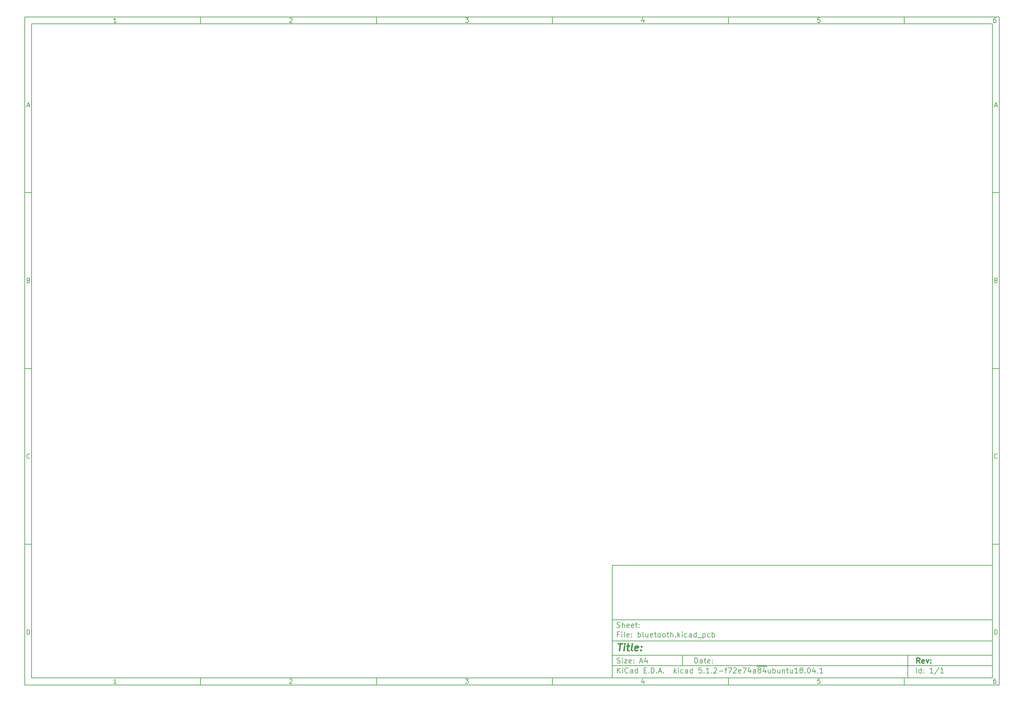
<source format=gbr>
%TF.GenerationSoftware,KiCad,Pcbnew,5.1.2-f72e74a~84~ubuntu18.04.1*%
%TF.CreationDate,2019-07-21T14:48:09+03:00*%
%TF.ProjectId,bluetooth,626c7565-746f-46f7-9468-2e6b69636164,rev?*%
%TF.SameCoordinates,Original*%
%TF.FileFunction,Glue,Top*%
%TF.FilePolarity,Positive*%
%FSLAX46Y46*%
G04 Gerber Fmt 4.6, Leading zero omitted, Abs format (unit mm)*
G04 Created by KiCad (PCBNEW 5.1.2-f72e74a~84~ubuntu18.04.1) date 2019-07-21 14:48:09*
%MOMM*%
%LPD*%
G04 APERTURE LIST*
%ADD10C,0.100000*%
%ADD11C,0.150000*%
%ADD12C,0.300000*%
%ADD13C,0.400000*%
G04 APERTURE END LIST*
D10*
D11*
X177002200Y-166007200D02*
X177002200Y-198007200D01*
X285002200Y-198007200D01*
X285002200Y-166007200D01*
X177002200Y-166007200D01*
D10*
D11*
X10000000Y-10000000D02*
X10000000Y-200007200D01*
X287002200Y-200007200D01*
X287002200Y-10000000D01*
X10000000Y-10000000D01*
D10*
D11*
X12000000Y-12000000D02*
X12000000Y-198007200D01*
X285002200Y-198007200D01*
X285002200Y-12000000D01*
X12000000Y-12000000D01*
D10*
D11*
X60000000Y-12000000D02*
X60000000Y-10000000D01*
D10*
D11*
X110000000Y-12000000D02*
X110000000Y-10000000D01*
D10*
D11*
X160000000Y-12000000D02*
X160000000Y-10000000D01*
D10*
D11*
X210000000Y-12000000D02*
X210000000Y-10000000D01*
D10*
D11*
X260000000Y-12000000D02*
X260000000Y-10000000D01*
D10*
D11*
X36065476Y-11588095D02*
X35322619Y-11588095D01*
X35694047Y-11588095D02*
X35694047Y-10288095D01*
X35570238Y-10473809D01*
X35446428Y-10597619D01*
X35322619Y-10659523D01*
D10*
D11*
X85322619Y-10411904D02*
X85384523Y-10350000D01*
X85508333Y-10288095D01*
X85817857Y-10288095D01*
X85941666Y-10350000D01*
X86003571Y-10411904D01*
X86065476Y-10535714D01*
X86065476Y-10659523D01*
X86003571Y-10845238D01*
X85260714Y-11588095D01*
X86065476Y-11588095D01*
D10*
D11*
X135260714Y-10288095D02*
X136065476Y-10288095D01*
X135632142Y-10783333D01*
X135817857Y-10783333D01*
X135941666Y-10845238D01*
X136003571Y-10907142D01*
X136065476Y-11030952D01*
X136065476Y-11340476D01*
X136003571Y-11464285D01*
X135941666Y-11526190D01*
X135817857Y-11588095D01*
X135446428Y-11588095D01*
X135322619Y-11526190D01*
X135260714Y-11464285D01*
D10*
D11*
X185941666Y-10721428D02*
X185941666Y-11588095D01*
X185632142Y-10226190D02*
X185322619Y-11154761D01*
X186127380Y-11154761D01*
D10*
D11*
X236003571Y-10288095D02*
X235384523Y-10288095D01*
X235322619Y-10907142D01*
X235384523Y-10845238D01*
X235508333Y-10783333D01*
X235817857Y-10783333D01*
X235941666Y-10845238D01*
X236003571Y-10907142D01*
X236065476Y-11030952D01*
X236065476Y-11340476D01*
X236003571Y-11464285D01*
X235941666Y-11526190D01*
X235817857Y-11588095D01*
X235508333Y-11588095D01*
X235384523Y-11526190D01*
X235322619Y-11464285D01*
D10*
D11*
X285941666Y-10288095D02*
X285694047Y-10288095D01*
X285570238Y-10350000D01*
X285508333Y-10411904D01*
X285384523Y-10597619D01*
X285322619Y-10845238D01*
X285322619Y-11340476D01*
X285384523Y-11464285D01*
X285446428Y-11526190D01*
X285570238Y-11588095D01*
X285817857Y-11588095D01*
X285941666Y-11526190D01*
X286003571Y-11464285D01*
X286065476Y-11340476D01*
X286065476Y-11030952D01*
X286003571Y-10907142D01*
X285941666Y-10845238D01*
X285817857Y-10783333D01*
X285570238Y-10783333D01*
X285446428Y-10845238D01*
X285384523Y-10907142D01*
X285322619Y-11030952D01*
D10*
D11*
X60000000Y-198007200D02*
X60000000Y-200007200D01*
D10*
D11*
X110000000Y-198007200D02*
X110000000Y-200007200D01*
D10*
D11*
X160000000Y-198007200D02*
X160000000Y-200007200D01*
D10*
D11*
X210000000Y-198007200D02*
X210000000Y-200007200D01*
D10*
D11*
X260000000Y-198007200D02*
X260000000Y-200007200D01*
D10*
D11*
X36065476Y-199595295D02*
X35322619Y-199595295D01*
X35694047Y-199595295D02*
X35694047Y-198295295D01*
X35570238Y-198481009D01*
X35446428Y-198604819D01*
X35322619Y-198666723D01*
D10*
D11*
X85322619Y-198419104D02*
X85384523Y-198357200D01*
X85508333Y-198295295D01*
X85817857Y-198295295D01*
X85941666Y-198357200D01*
X86003571Y-198419104D01*
X86065476Y-198542914D01*
X86065476Y-198666723D01*
X86003571Y-198852438D01*
X85260714Y-199595295D01*
X86065476Y-199595295D01*
D10*
D11*
X135260714Y-198295295D02*
X136065476Y-198295295D01*
X135632142Y-198790533D01*
X135817857Y-198790533D01*
X135941666Y-198852438D01*
X136003571Y-198914342D01*
X136065476Y-199038152D01*
X136065476Y-199347676D01*
X136003571Y-199471485D01*
X135941666Y-199533390D01*
X135817857Y-199595295D01*
X135446428Y-199595295D01*
X135322619Y-199533390D01*
X135260714Y-199471485D01*
D10*
D11*
X185941666Y-198728628D02*
X185941666Y-199595295D01*
X185632142Y-198233390D02*
X185322619Y-199161961D01*
X186127380Y-199161961D01*
D10*
D11*
X236003571Y-198295295D02*
X235384523Y-198295295D01*
X235322619Y-198914342D01*
X235384523Y-198852438D01*
X235508333Y-198790533D01*
X235817857Y-198790533D01*
X235941666Y-198852438D01*
X236003571Y-198914342D01*
X236065476Y-199038152D01*
X236065476Y-199347676D01*
X236003571Y-199471485D01*
X235941666Y-199533390D01*
X235817857Y-199595295D01*
X235508333Y-199595295D01*
X235384523Y-199533390D01*
X235322619Y-199471485D01*
D10*
D11*
X285941666Y-198295295D02*
X285694047Y-198295295D01*
X285570238Y-198357200D01*
X285508333Y-198419104D01*
X285384523Y-198604819D01*
X285322619Y-198852438D01*
X285322619Y-199347676D01*
X285384523Y-199471485D01*
X285446428Y-199533390D01*
X285570238Y-199595295D01*
X285817857Y-199595295D01*
X285941666Y-199533390D01*
X286003571Y-199471485D01*
X286065476Y-199347676D01*
X286065476Y-199038152D01*
X286003571Y-198914342D01*
X285941666Y-198852438D01*
X285817857Y-198790533D01*
X285570238Y-198790533D01*
X285446428Y-198852438D01*
X285384523Y-198914342D01*
X285322619Y-199038152D01*
D10*
D11*
X10000000Y-60000000D02*
X12000000Y-60000000D01*
D10*
D11*
X10000000Y-110000000D02*
X12000000Y-110000000D01*
D10*
D11*
X10000000Y-160000000D02*
X12000000Y-160000000D01*
D10*
D11*
X10690476Y-35216666D02*
X11309523Y-35216666D01*
X10566666Y-35588095D02*
X11000000Y-34288095D01*
X11433333Y-35588095D01*
D10*
D11*
X11092857Y-84907142D02*
X11278571Y-84969047D01*
X11340476Y-85030952D01*
X11402380Y-85154761D01*
X11402380Y-85340476D01*
X11340476Y-85464285D01*
X11278571Y-85526190D01*
X11154761Y-85588095D01*
X10659523Y-85588095D01*
X10659523Y-84288095D01*
X11092857Y-84288095D01*
X11216666Y-84350000D01*
X11278571Y-84411904D01*
X11340476Y-84535714D01*
X11340476Y-84659523D01*
X11278571Y-84783333D01*
X11216666Y-84845238D01*
X11092857Y-84907142D01*
X10659523Y-84907142D01*
D10*
D11*
X11402380Y-135464285D02*
X11340476Y-135526190D01*
X11154761Y-135588095D01*
X11030952Y-135588095D01*
X10845238Y-135526190D01*
X10721428Y-135402380D01*
X10659523Y-135278571D01*
X10597619Y-135030952D01*
X10597619Y-134845238D01*
X10659523Y-134597619D01*
X10721428Y-134473809D01*
X10845238Y-134350000D01*
X11030952Y-134288095D01*
X11154761Y-134288095D01*
X11340476Y-134350000D01*
X11402380Y-134411904D01*
D10*
D11*
X10659523Y-185588095D02*
X10659523Y-184288095D01*
X10969047Y-184288095D01*
X11154761Y-184350000D01*
X11278571Y-184473809D01*
X11340476Y-184597619D01*
X11402380Y-184845238D01*
X11402380Y-185030952D01*
X11340476Y-185278571D01*
X11278571Y-185402380D01*
X11154761Y-185526190D01*
X10969047Y-185588095D01*
X10659523Y-185588095D01*
D10*
D11*
X287002200Y-60000000D02*
X285002200Y-60000000D01*
D10*
D11*
X287002200Y-110000000D02*
X285002200Y-110000000D01*
D10*
D11*
X287002200Y-160000000D02*
X285002200Y-160000000D01*
D10*
D11*
X285692676Y-35216666D02*
X286311723Y-35216666D01*
X285568866Y-35588095D02*
X286002200Y-34288095D01*
X286435533Y-35588095D01*
D10*
D11*
X286095057Y-84907142D02*
X286280771Y-84969047D01*
X286342676Y-85030952D01*
X286404580Y-85154761D01*
X286404580Y-85340476D01*
X286342676Y-85464285D01*
X286280771Y-85526190D01*
X286156961Y-85588095D01*
X285661723Y-85588095D01*
X285661723Y-84288095D01*
X286095057Y-84288095D01*
X286218866Y-84350000D01*
X286280771Y-84411904D01*
X286342676Y-84535714D01*
X286342676Y-84659523D01*
X286280771Y-84783333D01*
X286218866Y-84845238D01*
X286095057Y-84907142D01*
X285661723Y-84907142D01*
D10*
D11*
X286404580Y-135464285D02*
X286342676Y-135526190D01*
X286156961Y-135588095D01*
X286033152Y-135588095D01*
X285847438Y-135526190D01*
X285723628Y-135402380D01*
X285661723Y-135278571D01*
X285599819Y-135030952D01*
X285599819Y-134845238D01*
X285661723Y-134597619D01*
X285723628Y-134473809D01*
X285847438Y-134350000D01*
X286033152Y-134288095D01*
X286156961Y-134288095D01*
X286342676Y-134350000D01*
X286404580Y-134411904D01*
D10*
D11*
X285661723Y-185588095D02*
X285661723Y-184288095D01*
X285971247Y-184288095D01*
X286156961Y-184350000D01*
X286280771Y-184473809D01*
X286342676Y-184597619D01*
X286404580Y-184845238D01*
X286404580Y-185030952D01*
X286342676Y-185278571D01*
X286280771Y-185402380D01*
X286156961Y-185526190D01*
X285971247Y-185588095D01*
X285661723Y-185588095D01*
D10*
D11*
X200434342Y-193785771D02*
X200434342Y-192285771D01*
X200791485Y-192285771D01*
X201005771Y-192357200D01*
X201148628Y-192500057D01*
X201220057Y-192642914D01*
X201291485Y-192928628D01*
X201291485Y-193142914D01*
X201220057Y-193428628D01*
X201148628Y-193571485D01*
X201005771Y-193714342D01*
X200791485Y-193785771D01*
X200434342Y-193785771D01*
X202577200Y-193785771D02*
X202577200Y-193000057D01*
X202505771Y-192857200D01*
X202362914Y-192785771D01*
X202077200Y-192785771D01*
X201934342Y-192857200D01*
X202577200Y-193714342D02*
X202434342Y-193785771D01*
X202077200Y-193785771D01*
X201934342Y-193714342D01*
X201862914Y-193571485D01*
X201862914Y-193428628D01*
X201934342Y-193285771D01*
X202077200Y-193214342D01*
X202434342Y-193214342D01*
X202577200Y-193142914D01*
X203077200Y-192785771D02*
X203648628Y-192785771D01*
X203291485Y-192285771D02*
X203291485Y-193571485D01*
X203362914Y-193714342D01*
X203505771Y-193785771D01*
X203648628Y-193785771D01*
X204720057Y-193714342D02*
X204577200Y-193785771D01*
X204291485Y-193785771D01*
X204148628Y-193714342D01*
X204077200Y-193571485D01*
X204077200Y-193000057D01*
X204148628Y-192857200D01*
X204291485Y-192785771D01*
X204577200Y-192785771D01*
X204720057Y-192857200D01*
X204791485Y-193000057D01*
X204791485Y-193142914D01*
X204077200Y-193285771D01*
X205434342Y-193642914D02*
X205505771Y-193714342D01*
X205434342Y-193785771D01*
X205362914Y-193714342D01*
X205434342Y-193642914D01*
X205434342Y-193785771D01*
X205434342Y-192857200D02*
X205505771Y-192928628D01*
X205434342Y-193000057D01*
X205362914Y-192928628D01*
X205434342Y-192857200D01*
X205434342Y-193000057D01*
D10*
D11*
X177002200Y-194507200D02*
X285002200Y-194507200D01*
D10*
D11*
X178434342Y-196585771D02*
X178434342Y-195085771D01*
X179291485Y-196585771D02*
X178648628Y-195728628D01*
X179291485Y-195085771D02*
X178434342Y-195942914D01*
X179934342Y-196585771D02*
X179934342Y-195585771D01*
X179934342Y-195085771D02*
X179862914Y-195157200D01*
X179934342Y-195228628D01*
X180005771Y-195157200D01*
X179934342Y-195085771D01*
X179934342Y-195228628D01*
X181505771Y-196442914D02*
X181434342Y-196514342D01*
X181220057Y-196585771D01*
X181077200Y-196585771D01*
X180862914Y-196514342D01*
X180720057Y-196371485D01*
X180648628Y-196228628D01*
X180577200Y-195942914D01*
X180577200Y-195728628D01*
X180648628Y-195442914D01*
X180720057Y-195300057D01*
X180862914Y-195157200D01*
X181077200Y-195085771D01*
X181220057Y-195085771D01*
X181434342Y-195157200D01*
X181505771Y-195228628D01*
X182791485Y-196585771D02*
X182791485Y-195800057D01*
X182720057Y-195657200D01*
X182577200Y-195585771D01*
X182291485Y-195585771D01*
X182148628Y-195657200D01*
X182791485Y-196514342D02*
X182648628Y-196585771D01*
X182291485Y-196585771D01*
X182148628Y-196514342D01*
X182077200Y-196371485D01*
X182077200Y-196228628D01*
X182148628Y-196085771D01*
X182291485Y-196014342D01*
X182648628Y-196014342D01*
X182791485Y-195942914D01*
X184148628Y-196585771D02*
X184148628Y-195085771D01*
X184148628Y-196514342D02*
X184005771Y-196585771D01*
X183720057Y-196585771D01*
X183577200Y-196514342D01*
X183505771Y-196442914D01*
X183434342Y-196300057D01*
X183434342Y-195871485D01*
X183505771Y-195728628D01*
X183577200Y-195657200D01*
X183720057Y-195585771D01*
X184005771Y-195585771D01*
X184148628Y-195657200D01*
X186005771Y-195800057D02*
X186505771Y-195800057D01*
X186720057Y-196585771D02*
X186005771Y-196585771D01*
X186005771Y-195085771D01*
X186720057Y-195085771D01*
X187362914Y-196442914D02*
X187434342Y-196514342D01*
X187362914Y-196585771D01*
X187291485Y-196514342D01*
X187362914Y-196442914D01*
X187362914Y-196585771D01*
X188077200Y-196585771D02*
X188077200Y-195085771D01*
X188434342Y-195085771D01*
X188648628Y-195157200D01*
X188791485Y-195300057D01*
X188862914Y-195442914D01*
X188934342Y-195728628D01*
X188934342Y-195942914D01*
X188862914Y-196228628D01*
X188791485Y-196371485D01*
X188648628Y-196514342D01*
X188434342Y-196585771D01*
X188077200Y-196585771D01*
X189577200Y-196442914D02*
X189648628Y-196514342D01*
X189577200Y-196585771D01*
X189505771Y-196514342D01*
X189577200Y-196442914D01*
X189577200Y-196585771D01*
X190220057Y-196157200D02*
X190934342Y-196157200D01*
X190077200Y-196585771D02*
X190577200Y-195085771D01*
X191077200Y-196585771D01*
X191577200Y-196442914D02*
X191648628Y-196514342D01*
X191577200Y-196585771D01*
X191505771Y-196514342D01*
X191577200Y-196442914D01*
X191577200Y-196585771D01*
X194577200Y-196585771D02*
X194577200Y-195085771D01*
X194720057Y-196014342D02*
X195148628Y-196585771D01*
X195148628Y-195585771D02*
X194577200Y-196157200D01*
X195791485Y-196585771D02*
X195791485Y-195585771D01*
X195791485Y-195085771D02*
X195720057Y-195157200D01*
X195791485Y-195228628D01*
X195862914Y-195157200D01*
X195791485Y-195085771D01*
X195791485Y-195228628D01*
X197148628Y-196514342D02*
X197005771Y-196585771D01*
X196720057Y-196585771D01*
X196577200Y-196514342D01*
X196505771Y-196442914D01*
X196434342Y-196300057D01*
X196434342Y-195871485D01*
X196505771Y-195728628D01*
X196577200Y-195657200D01*
X196720057Y-195585771D01*
X197005771Y-195585771D01*
X197148628Y-195657200D01*
X198434342Y-196585771D02*
X198434342Y-195800057D01*
X198362914Y-195657200D01*
X198220057Y-195585771D01*
X197934342Y-195585771D01*
X197791485Y-195657200D01*
X198434342Y-196514342D02*
X198291485Y-196585771D01*
X197934342Y-196585771D01*
X197791485Y-196514342D01*
X197720057Y-196371485D01*
X197720057Y-196228628D01*
X197791485Y-196085771D01*
X197934342Y-196014342D01*
X198291485Y-196014342D01*
X198434342Y-195942914D01*
X199791485Y-196585771D02*
X199791485Y-195085771D01*
X199791485Y-196514342D02*
X199648628Y-196585771D01*
X199362914Y-196585771D01*
X199220057Y-196514342D01*
X199148628Y-196442914D01*
X199077200Y-196300057D01*
X199077200Y-195871485D01*
X199148628Y-195728628D01*
X199220057Y-195657200D01*
X199362914Y-195585771D01*
X199648628Y-195585771D01*
X199791485Y-195657200D01*
X202362914Y-195085771D02*
X201648628Y-195085771D01*
X201577200Y-195800057D01*
X201648628Y-195728628D01*
X201791485Y-195657200D01*
X202148628Y-195657200D01*
X202291485Y-195728628D01*
X202362914Y-195800057D01*
X202434342Y-195942914D01*
X202434342Y-196300057D01*
X202362914Y-196442914D01*
X202291485Y-196514342D01*
X202148628Y-196585771D01*
X201791485Y-196585771D01*
X201648628Y-196514342D01*
X201577200Y-196442914D01*
X203077200Y-196442914D02*
X203148628Y-196514342D01*
X203077200Y-196585771D01*
X203005771Y-196514342D01*
X203077200Y-196442914D01*
X203077200Y-196585771D01*
X204577200Y-196585771D02*
X203720057Y-196585771D01*
X204148628Y-196585771D02*
X204148628Y-195085771D01*
X204005771Y-195300057D01*
X203862914Y-195442914D01*
X203720057Y-195514342D01*
X205220057Y-196442914D02*
X205291485Y-196514342D01*
X205220057Y-196585771D01*
X205148628Y-196514342D01*
X205220057Y-196442914D01*
X205220057Y-196585771D01*
X205862914Y-195228628D02*
X205934342Y-195157200D01*
X206077200Y-195085771D01*
X206434342Y-195085771D01*
X206577200Y-195157200D01*
X206648628Y-195228628D01*
X206720057Y-195371485D01*
X206720057Y-195514342D01*
X206648628Y-195728628D01*
X205791485Y-196585771D01*
X206720057Y-196585771D01*
X207362914Y-196014342D02*
X208505771Y-196014342D01*
X209005771Y-195585771D02*
X209577200Y-195585771D01*
X209220057Y-196585771D02*
X209220057Y-195300057D01*
X209291485Y-195157200D01*
X209434342Y-195085771D01*
X209577200Y-195085771D01*
X209934342Y-195085771D02*
X210934342Y-195085771D01*
X210291485Y-196585771D01*
X211434342Y-195228628D02*
X211505771Y-195157200D01*
X211648628Y-195085771D01*
X212005771Y-195085771D01*
X212148628Y-195157200D01*
X212220057Y-195228628D01*
X212291485Y-195371485D01*
X212291485Y-195514342D01*
X212220057Y-195728628D01*
X211362914Y-196585771D01*
X212291485Y-196585771D01*
X213505771Y-196514342D02*
X213362914Y-196585771D01*
X213077200Y-196585771D01*
X212934342Y-196514342D01*
X212862914Y-196371485D01*
X212862914Y-195800057D01*
X212934342Y-195657200D01*
X213077200Y-195585771D01*
X213362914Y-195585771D01*
X213505771Y-195657200D01*
X213577200Y-195800057D01*
X213577200Y-195942914D01*
X212862914Y-196085771D01*
X214077200Y-195085771D02*
X215077200Y-195085771D01*
X214434342Y-196585771D01*
X216291485Y-195585771D02*
X216291485Y-196585771D01*
X215934342Y-195014342D02*
X215577200Y-196085771D01*
X216505771Y-196085771D01*
X217720057Y-196585771D02*
X217720057Y-195800057D01*
X217648628Y-195657200D01*
X217505771Y-195585771D01*
X217220057Y-195585771D01*
X217077200Y-195657200D01*
X217720057Y-196514342D02*
X217577200Y-196585771D01*
X217220057Y-196585771D01*
X217077200Y-196514342D01*
X217005771Y-196371485D01*
X217005771Y-196228628D01*
X217077200Y-196085771D01*
X217220057Y-196014342D01*
X217577200Y-196014342D01*
X217720057Y-195942914D01*
X218077200Y-194677200D02*
X219505771Y-194677200D01*
X218648628Y-195728628D02*
X218505771Y-195657200D01*
X218434342Y-195585771D01*
X218362914Y-195442914D01*
X218362914Y-195371485D01*
X218434342Y-195228628D01*
X218505771Y-195157200D01*
X218648628Y-195085771D01*
X218934342Y-195085771D01*
X219077200Y-195157200D01*
X219148628Y-195228628D01*
X219220057Y-195371485D01*
X219220057Y-195442914D01*
X219148628Y-195585771D01*
X219077200Y-195657200D01*
X218934342Y-195728628D01*
X218648628Y-195728628D01*
X218505771Y-195800057D01*
X218434342Y-195871485D01*
X218362914Y-196014342D01*
X218362914Y-196300057D01*
X218434342Y-196442914D01*
X218505771Y-196514342D01*
X218648628Y-196585771D01*
X218934342Y-196585771D01*
X219077200Y-196514342D01*
X219148628Y-196442914D01*
X219220057Y-196300057D01*
X219220057Y-196014342D01*
X219148628Y-195871485D01*
X219077200Y-195800057D01*
X218934342Y-195728628D01*
X219505771Y-194677200D02*
X220934342Y-194677200D01*
X220505771Y-195585771D02*
X220505771Y-196585771D01*
X220148628Y-195014342D02*
X219791485Y-196085771D01*
X220720057Y-196085771D01*
X221934342Y-195585771D02*
X221934342Y-196585771D01*
X221291485Y-195585771D02*
X221291485Y-196371485D01*
X221362914Y-196514342D01*
X221505771Y-196585771D01*
X221720057Y-196585771D01*
X221862914Y-196514342D01*
X221934342Y-196442914D01*
X222648628Y-196585771D02*
X222648628Y-195085771D01*
X222648628Y-195657200D02*
X222791485Y-195585771D01*
X223077200Y-195585771D01*
X223220057Y-195657200D01*
X223291485Y-195728628D01*
X223362914Y-195871485D01*
X223362914Y-196300057D01*
X223291485Y-196442914D01*
X223220057Y-196514342D01*
X223077200Y-196585771D01*
X222791485Y-196585771D01*
X222648628Y-196514342D01*
X224648628Y-195585771D02*
X224648628Y-196585771D01*
X224005771Y-195585771D02*
X224005771Y-196371485D01*
X224077200Y-196514342D01*
X224220057Y-196585771D01*
X224434342Y-196585771D01*
X224577200Y-196514342D01*
X224648628Y-196442914D01*
X225362914Y-195585771D02*
X225362914Y-196585771D01*
X225362914Y-195728628D02*
X225434342Y-195657200D01*
X225577200Y-195585771D01*
X225791485Y-195585771D01*
X225934342Y-195657200D01*
X226005771Y-195800057D01*
X226005771Y-196585771D01*
X226505771Y-195585771D02*
X227077200Y-195585771D01*
X226720057Y-195085771D02*
X226720057Y-196371485D01*
X226791485Y-196514342D01*
X226934342Y-196585771D01*
X227077200Y-196585771D01*
X228220057Y-195585771D02*
X228220057Y-196585771D01*
X227577200Y-195585771D02*
X227577200Y-196371485D01*
X227648628Y-196514342D01*
X227791485Y-196585771D01*
X228005771Y-196585771D01*
X228148628Y-196514342D01*
X228220057Y-196442914D01*
X229720057Y-196585771D02*
X228862914Y-196585771D01*
X229291485Y-196585771D02*
X229291485Y-195085771D01*
X229148628Y-195300057D01*
X229005771Y-195442914D01*
X228862914Y-195514342D01*
X230577200Y-195728628D02*
X230434342Y-195657200D01*
X230362914Y-195585771D01*
X230291485Y-195442914D01*
X230291485Y-195371485D01*
X230362914Y-195228628D01*
X230434342Y-195157200D01*
X230577200Y-195085771D01*
X230862914Y-195085771D01*
X231005771Y-195157200D01*
X231077200Y-195228628D01*
X231148628Y-195371485D01*
X231148628Y-195442914D01*
X231077200Y-195585771D01*
X231005771Y-195657200D01*
X230862914Y-195728628D01*
X230577200Y-195728628D01*
X230434342Y-195800057D01*
X230362914Y-195871485D01*
X230291485Y-196014342D01*
X230291485Y-196300057D01*
X230362914Y-196442914D01*
X230434342Y-196514342D01*
X230577200Y-196585771D01*
X230862914Y-196585771D01*
X231005771Y-196514342D01*
X231077200Y-196442914D01*
X231148628Y-196300057D01*
X231148628Y-196014342D01*
X231077200Y-195871485D01*
X231005771Y-195800057D01*
X230862914Y-195728628D01*
X231791485Y-196442914D02*
X231862914Y-196514342D01*
X231791485Y-196585771D01*
X231720057Y-196514342D01*
X231791485Y-196442914D01*
X231791485Y-196585771D01*
X232791485Y-195085771D02*
X232934342Y-195085771D01*
X233077200Y-195157200D01*
X233148628Y-195228628D01*
X233220057Y-195371485D01*
X233291485Y-195657200D01*
X233291485Y-196014342D01*
X233220057Y-196300057D01*
X233148628Y-196442914D01*
X233077200Y-196514342D01*
X232934342Y-196585771D01*
X232791485Y-196585771D01*
X232648628Y-196514342D01*
X232577200Y-196442914D01*
X232505771Y-196300057D01*
X232434342Y-196014342D01*
X232434342Y-195657200D01*
X232505771Y-195371485D01*
X232577200Y-195228628D01*
X232648628Y-195157200D01*
X232791485Y-195085771D01*
X234577200Y-195585771D02*
X234577200Y-196585771D01*
X234220057Y-195014342D02*
X233862914Y-196085771D01*
X234791485Y-196085771D01*
X235362914Y-196442914D02*
X235434342Y-196514342D01*
X235362914Y-196585771D01*
X235291485Y-196514342D01*
X235362914Y-196442914D01*
X235362914Y-196585771D01*
X236862914Y-196585771D02*
X236005771Y-196585771D01*
X236434342Y-196585771D02*
X236434342Y-195085771D01*
X236291485Y-195300057D01*
X236148628Y-195442914D01*
X236005771Y-195514342D01*
D10*
D11*
X177002200Y-191507200D02*
X285002200Y-191507200D01*
D10*
D12*
X264411485Y-193785771D02*
X263911485Y-193071485D01*
X263554342Y-193785771D02*
X263554342Y-192285771D01*
X264125771Y-192285771D01*
X264268628Y-192357200D01*
X264340057Y-192428628D01*
X264411485Y-192571485D01*
X264411485Y-192785771D01*
X264340057Y-192928628D01*
X264268628Y-193000057D01*
X264125771Y-193071485D01*
X263554342Y-193071485D01*
X265625771Y-193714342D02*
X265482914Y-193785771D01*
X265197200Y-193785771D01*
X265054342Y-193714342D01*
X264982914Y-193571485D01*
X264982914Y-193000057D01*
X265054342Y-192857200D01*
X265197200Y-192785771D01*
X265482914Y-192785771D01*
X265625771Y-192857200D01*
X265697200Y-193000057D01*
X265697200Y-193142914D01*
X264982914Y-193285771D01*
X266197200Y-192785771D02*
X266554342Y-193785771D01*
X266911485Y-192785771D01*
X267482914Y-193642914D02*
X267554342Y-193714342D01*
X267482914Y-193785771D01*
X267411485Y-193714342D01*
X267482914Y-193642914D01*
X267482914Y-193785771D01*
X267482914Y-192857200D02*
X267554342Y-192928628D01*
X267482914Y-193000057D01*
X267411485Y-192928628D01*
X267482914Y-192857200D01*
X267482914Y-193000057D01*
D10*
D11*
X178362914Y-193714342D02*
X178577200Y-193785771D01*
X178934342Y-193785771D01*
X179077200Y-193714342D01*
X179148628Y-193642914D01*
X179220057Y-193500057D01*
X179220057Y-193357200D01*
X179148628Y-193214342D01*
X179077200Y-193142914D01*
X178934342Y-193071485D01*
X178648628Y-193000057D01*
X178505771Y-192928628D01*
X178434342Y-192857200D01*
X178362914Y-192714342D01*
X178362914Y-192571485D01*
X178434342Y-192428628D01*
X178505771Y-192357200D01*
X178648628Y-192285771D01*
X179005771Y-192285771D01*
X179220057Y-192357200D01*
X179862914Y-193785771D02*
X179862914Y-192785771D01*
X179862914Y-192285771D02*
X179791485Y-192357200D01*
X179862914Y-192428628D01*
X179934342Y-192357200D01*
X179862914Y-192285771D01*
X179862914Y-192428628D01*
X180434342Y-192785771D02*
X181220057Y-192785771D01*
X180434342Y-193785771D01*
X181220057Y-193785771D01*
X182362914Y-193714342D02*
X182220057Y-193785771D01*
X181934342Y-193785771D01*
X181791485Y-193714342D01*
X181720057Y-193571485D01*
X181720057Y-193000057D01*
X181791485Y-192857200D01*
X181934342Y-192785771D01*
X182220057Y-192785771D01*
X182362914Y-192857200D01*
X182434342Y-193000057D01*
X182434342Y-193142914D01*
X181720057Y-193285771D01*
X183077200Y-193642914D02*
X183148628Y-193714342D01*
X183077200Y-193785771D01*
X183005771Y-193714342D01*
X183077200Y-193642914D01*
X183077200Y-193785771D01*
X183077200Y-192857200D02*
X183148628Y-192928628D01*
X183077200Y-193000057D01*
X183005771Y-192928628D01*
X183077200Y-192857200D01*
X183077200Y-193000057D01*
X184862914Y-193357200D02*
X185577200Y-193357200D01*
X184720057Y-193785771D02*
X185220057Y-192285771D01*
X185720057Y-193785771D01*
X186862914Y-192785771D02*
X186862914Y-193785771D01*
X186505771Y-192214342D02*
X186148628Y-193285771D01*
X187077200Y-193285771D01*
D10*
D11*
X263434342Y-196585771D02*
X263434342Y-195085771D01*
X264791485Y-196585771D02*
X264791485Y-195085771D01*
X264791485Y-196514342D02*
X264648628Y-196585771D01*
X264362914Y-196585771D01*
X264220057Y-196514342D01*
X264148628Y-196442914D01*
X264077200Y-196300057D01*
X264077200Y-195871485D01*
X264148628Y-195728628D01*
X264220057Y-195657200D01*
X264362914Y-195585771D01*
X264648628Y-195585771D01*
X264791485Y-195657200D01*
X265505771Y-196442914D02*
X265577200Y-196514342D01*
X265505771Y-196585771D01*
X265434342Y-196514342D01*
X265505771Y-196442914D01*
X265505771Y-196585771D01*
X265505771Y-195657200D02*
X265577200Y-195728628D01*
X265505771Y-195800057D01*
X265434342Y-195728628D01*
X265505771Y-195657200D01*
X265505771Y-195800057D01*
X268148628Y-196585771D02*
X267291485Y-196585771D01*
X267720057Y-196585771D02*
X267720057Y-195085771D01*
X267577200Y-195300057D01*
X267434342Y-195442914D01*
X267291485Y-195514342D01*
X269862914Y-195014342D02*
X268577200Y-196942914D01*
X271148628Y-196585771D02*
X270291485Y-196585771D01*
X270720057Y-196585771D02*
X270720057Y-195085771D01*
X270577200Y-195300057D01*
X270434342Y-195442914D01*
X270291485Y-195514342D01*
D10*
D11*
X177002200Y-187507200D02*
X285002200Y-187507200D01*
D10*
D13*
X178714580Y-188211961D02*
X179857438Y-188211961D01*
X179036009Y-190211961D02*
X179286009Y-188211961D01*
X180274104Y-190211961D02*
X180440771Y-188878628D01*
X180524104Y-188211961D02*
X180416961Y-188307200D01*
X180500295Y-188402438D01*
X180607438Y-188307200D01*
X180524104Y-188211961D01*
X180500295Y-188402438D01*
X181107438Y-188878628D02*
X181869342Y-188878628D01*
X181476485Y-188211961D02*
X181262200Y-189926247D01*
X181333628Y-190116723D01*
X181512200Y-190211961D01*
X181702676Y-190211961D01*
X182655057Y-190211961D02*
X182476485Y-190116723D01*
X182405057Y-189926247D01*
X182619342Y-188211961D01*
X184190771Y-190116723D02*
X183988390Y-190211961D01*
X183607438Y-190211961D01*
X183428866Y-190116723D01*
X183357438Y-189926247D01*
X183452676Y-189164342D01*
X183571723Y-188973866D01*
X183774104Y-188878628D01*
X184155057Y-188878628D01*
X184333628Y-188973866D01*
X184405057Y-189164342D01*
X184381247Y-189354819D01*
X183405057Y-189545295D01*
X185155057Y-190021485D02*
X185238390Y-190116723D01*
X185131247Y-190211961D01*
X185047914Y-190116723D01*
X185155057Y-190021485D01*
X185131247Y-190211961D01*
X185286009Y-188973866D02*
X185369342Y-189069104D01*
X185262200Y-189164342D01*
X185178866Y-189069104D01*
X185286009Y-188973866D01*
X185262200Y-189164342D01*
D10*
D11*
X178934342Y-185600057D02*
X178434342Y-185600057D01*
X178434342Y-186385771D02*
X178434342Y-184885771D01*
X179148628Y-184885771D01*
X179720057Y-186385771D02*
X179720057Y-185385771D01*
X179720057Y-184885771D02*
X179648628Y-184957200D01*
X179720057Y-185028628D01*
X179791485Y-184957200D01*
X179720057Y-184885771D01*
X179720057Y-185028628D01*
X180648628Y-186385771D02*
X180505771Y-186314342D01*
X180434342Y-186171485D01*
X180434342Y-184885771D01*
X181791485Y-186314342D02*
X181648628Y-186385771D01*
X181362914Y-186385771D01*
X181220057Y-186314342D01*
X181148628Y-186171485D01*
X181148628Y-185600057D01*
X181220057Y-185457200D01*
X181362914Y-185385771D01*
X181648628Y-185385771D01*
X181791485Y-185457200D01*
X181862914Y-185600057D01*
X181862914Y-185742914D01*
X181148628Y-185885771D01*
X182505771Y-186242914D02*
X182577200Y-186314342D01*
X182505771Y-186385771D01*
X182434342Y-186314342D01*
X182505771Y-186242914D01*
X182505771Y-186385771D01*
X182505771Y-185457200D02*
X182577200Y-185528628D01*
X182505771Y-185600057D01*
X182434342Y-185528628D01*
X182505771Y-185457200D01*
X182505771Y-185600057D01*
X184362914Y-186385771D02*
X184362914Y-184885771D01*
X184362914Y-185457200D02*
X184505771Y-185385771D01*
X184791485Y-185385771D01*
X184934342Y-185457200D01*
X185005771Y-185528628D01*
X185077200Y-185671485D01*
X185077200Y-186100057D01*
X185005771Y-186242914D01*
X184934342Y-186314342D01*
X184791485Y-186385771D01*
X184505771Y-186385771D01*
X184362914Y-186314342D01*
X185934342Y-186385771D02*
X185791485Y-186314342D01*
X185720057Y-186171485D01*
X185720057Y-184885771D01*
X187148628Y-185385771D02*
X187148628Y-186385771D01*
X186505771Y-185385771D02*
X186505771Y-186171485D01*
X186577200Y-186314342D01*
X186720057Y-186385771D01*
X186934342Y-186385771D01*
X187077200Y-186314342D01*
X187148628Y-186242914D01*
X188434342Y-186314342D02*
X188291485Y-186385771D01*
X188005771Y-186385771D01*
X187862914Y-186314342D01*
X187791485Y-186171485D01*
X187791485Y-185600057D01*
X187862914Y-185457200D01*
X188005771Y-185385771D01*
X188291485Y-185385771D01*
X188434342Y-185457200D01*
X188505771Y-185600057D01*
X188505771Y-185742914D01*
X187791485Y-185885771D01*
X188934342Y-185385771D02*
X189505771Y-185385771D01*
X189148628Y-184885771D02*
X189148628Y-186171485D01*
X189220057Y-186314342D01*
X189362914Y-186385771D01*
X189505771Y-186385771D01*
X190220057Y-186385771D02*
X190077200Y-186314342D01*
X190005771Y-186242914D01*
X189934342Y-186100057D01*
X189934342Y-185671485D01*
X190005771Y-185528628D01*
X190077200Y-185457200D01*
X190220057Y-185385771D01*
X190434342Y-185385771D01*
X190577200Y-185457200D01*
X190648628Y-185528628D01*
X190720057Y-185671485D01*
X190720057Y-186100057D01*
X190648628Y-186242914D01*
X190577200Y-186314342D01*
X190434342Y-186385771D01*
X190220057Y-186385771D01*
X191577200Y-186385771D02*
X191434342Y-186314342D01*
X191362914Y-186242914D01*
X191291485Y-186100057D01*
X191291485Y-185671485D01*
X191362914Y-185528628D01*
X191434342Y-185457200D01*
X191577200Y-185385771D01*
X191791485Y-185385771D01*
X191934342Y-185457200D01*
X192005771Y-185528628D01*
X192077200Y-185671485D01*
X192077200Y-186100057D01*
X192005771Y-186242914D01*
X191934342Y-186314342D01*
X191791485Y-186385771D01*
X191577200Y-186385771D01*
X192505771Y-185385771D02*
X193077200Y-185385771D01*
X192720057Y-184885771D02*
X192720057Y-186171485D01*
X192791485Y-186314342D01*
X192934342Y-186385771D01*
X193077200Y-186385771D01*
X193577200Y-186385771D02*
X193577200Y-184885771D01*
X194220057Y-186385771D02*
X194220057Y-185600057D01*
X194148628Y-185457200D01*
X194005771Y-185385771D01*
X193791485Y-185385771D01*
X193648628Y-185457200D01*
X193577200Y-185528628D01*
X194934342Y-186242914D02*
X195005771Y-186314342D01*
X194934342Y-186385771D01*
X194862914Y-186314342D01*
X194934342Y-186242914D01*
X194934342Y-186385771D01*
X195648628Y-186385771D02*
X195648628Y-184885771D01*
X195791485Y-185814342D02*
X196220057Y-186385771D01*
X196220057Y-185385771D02*
X195648628Y-185957200D01*
X196862914Y-186385771D02*
X196862914Y-185385771D01*
X196862914Y-184885771D02*
X196791485Y-184957200D01*
X196862914Y-185028628D01*
X196934342Y-184957200D01*
X196862914Y-184885771D01*
X196862914Y-185028628D01*
X198220057Y-186314342D02*
X198077200Y-186385771D01*
X197791485Y-186385771D01*
X197648628Y-186314342D01*
X197577200Y-186242914D01*
X197505771Y-186100057D01*
X197505771Y-185671485D01*
X197577200Y-185528628D01*
X197648628Y-185457200D01*
X197791485Y-185385771D01*
X198077200Y-185385771D01*
X198220057Y-185457200D01*
X199505771Y-186385771D02*
X199505771Y-185600057D01*
X199434342Y-185457200D01*
X199291485Y-185385771D01*
X199005771Y-185385771D01*
X198862914Y-185457200D01*
X199505771Y-186314342D02*
X199362914Y-186385771D01*
X199005771Y-186385771D01*
X198862914Y-186314342D01*
X198791485Y-186171485D01*
X198791485Y-186028628D01*
X198862914Y-185885771D01*
X199005771Y-185814342D01*
X199362914Y-185814342D01*
X199505771Y-185742914D01*
X200862914Y-186385771D02*
X200862914Y-184885771D01*
X200862914Y-186314342D02*
X200720057Y-186385771D01*
X200434342Y-186385771D01*
X200291485Y-186314342D01*
X200220057Y-186242914D01*
X200148628Y-186100057D01*
X200148628Y-185671485D01*
X200220057Y-185528628D01*
X200291485Y-185457200D01*
X200434342Y-185385771D01*
X200720057Y-185385771D01*
X200862914Y-185457200D01*
X201220057Y-186528628D02*
X202362914Y-186528628D01*
X202720057Y-185385771D02*
X202720057Y-186885771D01*
X202720057Y-185457200D02*
X202862914Y-185385771D01*
X203148628Y-185385771D01*
X203291485Y-185457200D01*
X203362914Y-185528628D01*
X203434342Y-185671485D01*
X203434342Y-186100057D01*
X203362914Y-186242914D01*
X203291485Y-186314342D01*
X203148628Y-186385771D01*
X202862914Y-186385771D01*
X202720057Y-186314342D01*
X204720057Y-186314342D02*
X204577200Y-186385771D01*
X204291485Y-186385771D01*
X204148628Y-186314342D01*
X204077200Y-186242914D01*
X204005771Y-186100057D01*
X204005771Y-185671485D01*
X204077200Y-185528628D01*
X204148628Y-185457200D01*
X204291485Y-185385771D01*
X204577200Y-185385771D01*
X204720057Y-185457200D01*
X205362914Y-186385771D02*
X205362914Y-184885771D01*
X205362914Y-185457200D02*
X205505771Y-185385771D01*
X205791485Y-185385771D01*
X205934342Y-185457200D01*
X206005771Y-185528628D01*
X206077200Y-185671485D01*
X206077200Y-186100057D01*
X206005771Y-186242914D01*
X205934342Y-186314342D01*
X205791485Y-186385771D01*
X205505771Y-186385771D01*
X205362914Y-186314342D01*
D10*
D11*
X177002200Y-181507200D02*
X285002200Y-181507200D01*
D10*
D11*
X178362914Y-183614342D02*
X178577200Y-183685771D01*
X178934342Y-183685771D01*
X179077200Y-183614342D01*
X179148628Y-183542914D01*
X179220057Y-183400057D01*
X179220057Y-183257200D01*
X179148628Y-183114342D01*
X179077200Y-183042914D01*
X178934342Y-182971485D01*
X178648628Y-182900057D01*
X178505771Y-182828628D01*
X178434342Y-182757200D01*
X178362914Y-182614342D01*
X178362914Y-182471485D01*
X178434342Y-182328628D01*
X178505771Y-182257200D01*
X178648628Y-182185771D01*
X179005771Y-182185771D01*
X179220057Y-182257200D01*
X179862914Y-183685771D02*
X179862914Y-182185771D01*
X180505771Y-183685771D02*
X180505771Y-182900057D01*
X180434342Y-182757200D01*
X180291485Y-182685771D01*
X180077200Y-182685771D01*
X179934342Y-182757200D01*
X179862914Y-182828628D01*
X181791485Y-183614342D02*
X181648628Y-183685771D01*
X181362914Y-183685771D01*
X181220057Y-183614342D01*
X181148628Y-183471485D01*
X181148628Y-182900057D01*
X181220057Y-182757200D01*
X181362914Y-182685771D01*
X181648628Y-182685771D01*
X181791485Y-182757200D01*
X181862914Y-182900057D01*
X181862914Y-183042914D01*
X181148628Y-183185771D01*
X183077200Y-183614342D02*
X182934342Y-183685771D01*
X182648628Y-183685771D01*
X182505771Y-183614342D01*
X182434342Y-183471485D01*
X182434342Y-182900057D01*
X182505771Y-182757200D01*
X182648628Y-182685771D01*
X182934342Y-182685771D01*
X183077200Y-182757200D01*
X183148628Y-182900057D01*
X183148628Y-183042914D01*
X182434342Y-183185771D01*
X183577200Y-182685771D02*
X184148628Y-182685771D01*
X183791485Y-182185771D02*
X183791485Y-183471485D01*
X183862914Y-183614342D01*
X184005771Y-183685771D01*
X184148628Y-183685771D01*
X184648628Y-183542914D02*
X184720057Y-183614342D01*
X184648628Y-183685771D01*
X184577200Y-183614342D01*
X184648628Y-183542914D01*
X184648628Y-183685771D01*
X184648628Y-182757200D02*
X184720057Y-182828628D01*
X184648628Y-182900057D01*
X184577200Y-182828628D01*
X184648628Y-182757200D01*
X184648628Y-182900057D01*
D10*
D11*
X197002200Y-191507200D02*
X197002200Y-194507200D01*
D10*
D11*
X261002200Y-191507200D02*
X261002200Y-198007200D01*
M02*

</source>
